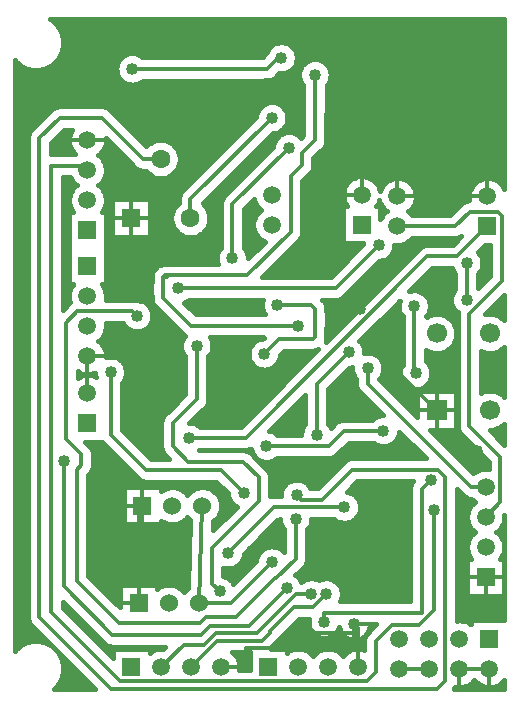
<source format=gbr>
G04 DipTrace 3.1.0.1*
G04 copper-bottom.gbr*
%MOIN*%
G04 #@! TF.FileFunction,Copper,L2,Bot*
G04 #@! TF.Part,Single*
G04 #@! TA.AperFunction,Conductor*
%ADD14C,0.012992*%
G04 #@! TA.AperFunction,CopperBalancing*
%ADD15C,0.011811*%
%ADD16C,0.015748*%
G04 #@! TA.AperFunction,ComponentPad*
%ADD24R,0.06X0.06*%
%ADD25C,0.06*%
%ADD26R,0.059055X0.059055*%
%ADD27C,0.059055*%
%ADD30R,0.062992X0.062992*%
%ADD31C,0.062992*%
%ADD32R,0.066929X0.066929*%
%ADD33C,0.066929*%
%ADD43C,0.059055*%
G04 #@! TA.AperFunction,ViaPad*
%ADD46C,0.04*%
%FSLAX26Y26*%
G04*
G70*
G90*
G75*
G01*
G04 Bottom*
%LPD*%
X1315701Y2530976D2*
D14*
Y2540701D1*
X1268701Y2493701D1*
X818701D1*
X1153218Y1862297D2*
Y2043528D1*
X1340698Y2231008D1*
X1934269Y1845963D2*
Y1724222D1*
X1703129Y1968535D2*
X1895307D1*
X1944323Y2017551D1*
X2037104D1*
X2050623Y2004031D1*
Y1786056D1*
X1942126Y1677559D1*
Y1304614D1*
X2046063Y1200677D1*
Y1049092D1*
X1996879Y999908D1*
X1571955Y499940D2*
Y598692D1*
Y631144D1*
X1559425Y643675D1*
X840751Y712417D2*
Y1024885D1*
X853249Y1037383D1*
X1809409Y493690D2*
X1709409D1*
X2009409D2*
X1909409D1*
X1834396Y1356100D2*
X1832726D1*
X1600990Y1587836D1*
X1576924Y1693301D2*
Y1734010D1*
X1727698Y1884785D1*
X1968701Y1218701D2*
X1907283D1*
X1834396Y1291588D1*
Y1356100D1*
X1115753Y499940D2*
X1196963D1*
Y562433D1*
X1278205D1*
X1340698Y624927D1*
X1415690D1*
X1428189Y612428D1*
X1558219D1*
X1571955Y598692D1*
X1303202Y1706063D2*
X1415690D1*
X1428189Y1693564D1*
Y1599824D1*
X1421940Y1593575D1*
X1309451D1*
X1259457Y1543580D1*
X1367117Y1072770D2*
X1381482Y1058406D1*
X1452894D1*
X1552362Y1157874D1*
X1838189D1*
X1861886Y1134177D1*
Y454012D1*
X1836173Y428299D1*
X748866D1*
X509403Y667762D1*
Y2262122D1*
X577331Y2330050D1*
X717982D1*
X854520Y2193512D1*
X914178D1*
X1604331Y1495669D2*
Y1443701D1*
X1948123Y1099908D1*
X1996879D1*
X1012604Y1996661D2*
Y2059147D1*
X1284454Y2330997D1*
X1040751Y712417D2*
X1146969D1*
X1284454Y849903D1*
X1040751Y712417D2*
X1053249Y1037383D1*
X1763965Y1478995D2*
X1759280Y1483680D1*
Y1703621D1*
X1656299Y1287795D2*
Y1285857D1*
X1524440D1*
X1474409Y1235827D1*
X1266535D1*
X1465685Y743664D2*
X1421940Y699919D1*
X1359446D1*
X1278205Y618677D1*
Y612428D1*
X1253207Y587430D1*
X1103244D1*
X1015753Y499940D1*
X971987Y1762307D2*
X1496932D1*
X1640667Y1906042D1*
X1364171Y994182D2*
Y861563D1*
X1298486Y795878D1*
X1293549D1*
X1165310Y667639D1*
X1065650D1*
X1045619Y647609D1*
X775462D1*
X729051Y694020D1*
X727585D1*
X633787Y787818D1*
Y1157634D1*
X649421Y1173268D1*
Y1208930D1*
X598614Y1259738D1*
Y1648109D1*
X636551Y1686046D1*
X819122D1*
X834316Y1670852D1*
X915753Y499940D2*
X990745Y574932D1*
X1059478D1*
X1096974Y612428D1*
X1234459D1*
X1365696Y743664D1*
X1415690D1*
X1526378Y1032793D2*
X1291454D1*
X1139528Y880866D1*
X1823890Y1024885D2*
Y688701D1*
X1775636Y640448D1*
X1684542D1*
X1630315Y586220D1*
Y482283D1*
X1600299Y452268D1*
X777795D1*
X548194Y681869D1*
Y2171260D1*
X654870D1*
X670093Y2156037D1*
X1009483Y1262360D2*
X1196963D1*
X1803150Y1868546D1*
X1903139D1*
X2003129Y1968535D1*
X1428189Y2474732D2*
Y2256005D1*
X1384444Y2212260D1*
Y2174764D1*
X1346948Y2137268D1*
Y1949787D1*
X1203213Y1806052D1*
X928241D1*
X934491Y1799803D1*
X921992D1*
Y1731060D1*
X1015732Y1637320D1*
X1371945D1*
X590385Y1188060D2*
Y769054D1*
X753260Y606178D1*
X1046979D1*
X1078226Y637425D1*
X1209462D1*
X1334449Y762412D1*
X747198Y1482329D2*
Y1274671D1*
X865748Y1156121D1*
X1115722D1*
X1190714Y1081129D1*
X1434438Y1274858D2*
Y1443591D1*
X1540677Y1549829D1*
X1034480Y1570570D2*
Y1393535D1*
X954724Y1313780D1*
Y1235827D1*
X1006693Y1183858D1*
X1188583D1*
X1240551Y1131890D1*
Y1053937D1*
X1084646Y898031D1*
Y777890D1*
X1110630Y751906D1*
X1459436Y649924D2*
Y681171D1*
X1784402D1*
Y1093627D1*
X1815648Y1124874D1*
D46*
X1934269Y1845963D3*
Y1724222D3*
X1600990Y1587836D3*
X1576924Y1693301D3*
X1727698Y1884785D3*
X1968701Y1218701D3*
X1367117Y1072770D3*
X1604331Y1495669D3*
X1763965Y1478995D3*
X1759280Y1703621D3*
X1266535Y1235827D3*
X1656299Y1287795D3*
X1266535Y1235827D3*
X1364171Y994182D3*
X834316Y1670852D3*
X1526378Y1032793D3*
X1139528Y880866D3*
X1823890Y1024885D3*
X1034480Y1570570D3*
X1110630Y751906D3*
X1459436Y649924D3*
X1815648Y1124874D3*
X1559425Y643675D3*
X971987Y1762307D3*
X1640667Y1906042D3*
X1284454Y2330997D3*
X1315701Y2530976D3*
X818701Y2493701D3*
X1465685Y743664D3*
X1415690D3*
X1434438Y1274858D3*
X1540677Y1549829D3*
X1009483Y1262360D3*
X1153218Y1862297D3*
X1340698Y2231008D3*
X1371945Y1637320D3*
X1428189Y2474732D3*
X590385Y1188060D3*
X1284454Y849903D3*
X1190714Y1081129D3*
X1334449Y762412D3*
X1303202Y1706063D3*
X1259457Y1543580D3*
X747198Y1482329D3*
X565315Y2644226D2*
D16*
X2058259D1*
X577248Y2628609D2*
X2058259D1*
X584753Y2612992D2*
X2058259D1*
X588997Y2597375D2*
X2058259D1*
X590382Y2581759D2*
X1302353D1*
X1329033D2*
X2058259D1*
X589091Y2566142D2*
X1275655D1*
X1355761D2*
X2058259D1*
X585000Y2550525D2*
X1265812D1*
X1365604D2*
X2058259D1*
X577618Y2534908D2*
X785190D1*
X852193D2*
X1253724D1*
X1369264D2*
X2058259D1*
X565929Y2519291D2*
X771718D1*
X1368064D2*
X1399579D1*
X1456801D2*
X2058259D1*
X429150Y2503675D2*
X448453D1*
X546798D2*
X765966D1*
X1361667D2*
X1383247D1*
X1473102D2*
X2058259D1*
X429150Y2488058D2*
X765320D1*
X1346871D2*
X1376234D1*
X1480146D2*
X2058259D1*
X429150Y2472441D2*
X769534D1*
X1303626D2*
X1374542D1*
X1481837D2*
X2058259D1*
X429150Y2456824D2*
X780299D1*
X1281757D2*
X1377648D1*
X1478731D2*
X2058259D1*
X429150Y2441207D2*
X1386692D1*
X1469688D2*
X2058259D1*
X429150Y2425591D2*
X1387983D1*
X1468396D2*
X2058259D1*
X429150Y2409974D2*
X1387983D1*
X1468396D2*
X2058259D1*
X429150Y2394357D2*
X1387983D1*
X1468396D2*
X2058259D1*
X429150Y2378740D2*
X1261969D1*
X1306949D2*
X1387983D1*
X1468396D2*
X2058259D1*
X429150Y2363123D2*
X555798D1*
X739496D2*
X1241822D1*
X1327064D2*
X1387983D1*
X1468396D2*
X2058259D1*
X429150Y2347507D2*
X538604D1*
X756720D2*
X1233425D1*
X1335461D2*
X1387983D1*
X1468396D2*
X2058259D1*
X429150Y2331890D2*
X522979D1*
X772345D2*
X1229150D1*
X1338136D2*
X1387983D1*
X1468396D2*
X2058259D1*
X429150Y2316273D2*
X507354D1*
X787940D2*
X1213524D1*
X1336045D2*
X1387983D1*
X1468396D2*
X2058259D1*
X429150Y2300656D2*
X491730D1*
X803564D2*
X1197930D1*
X1328417D2*
X1387983D1*
X1468396D2*
X2058259D1*
X429150Y2285039D2*
X476751D1*
X588505D2*
X614114D1*
X819190D2*
X1182304D1*
X1310639D2*
X1387983D1*
X1468396D2*
X2058259D1*
X429150Y2269423D2*
X469891D1*
X572912D2*
X608332D1*
X834815D2*
X1166680D1*
X1279081D2*
X1303891D1*
X1377507D2*
X1385394D1*
X1468396D2*
X2058259D1*
X429150Y2253806D2*
X469214D1*
X557286D2*
X606917D1*
X733283D2*
X738052D1*
X850409D2*
X892289D1*
X936070D2*
X1151055D1*
X1263457D2*
X1292234D1*
X1468335D2*
X2058259D1*
X429150Y2238189D2*
X469214D1*
X549597D2*
X609501D1*
X730669D2*
X753633D1*
X961045D2*
X1135461D1*
X1247832D2*
X1287497D1*
X1464029D2*
X2058259D1*
X429150Y2222572D2*
X469214D1*
X549597D2*
X616730D1*
X723441D2*
X769257D1*
X972364D2*
X1119836D1*
X1232238D2*
X1276055D1*
X1450957D2*
X2058259D1*
X429150Y2206955D2*
X469214D1*
X708984D2*
X784882D1*
X977932D2*
X1104211D1*
X1216613D2*
X1260461D1*
X1435332D2*
X2058259D1*
X429150Y2191339D2*
X469214D1*
X722210D2*
X800508D1*
X979346D2*
X1088585D1*
X1200987D2*
X1244836D1*
X1424627D2*
X2058259D1*
X429150Y2175722D2*
X469214D1*
X730084D2*
X816102D1*
X976824D2*
X1072992D1*
X1185362D2*
X1229211D1*
X1424627D2*
X2058259D1*
X429150Y2160105D2*
X469214D1*
X733190D2*
X833572D1*
X969903D2*
X1057366D1*
X1169768D2*
X1213585D1*
X1421736D2*
X2058259D1*
X429150Y2144488D2*
X469214D1*
X732238D2*
X872050D1*
X956308D2*
X1041741D1*
X1154143D2*
X1197992D1*
X1410356D2*
X2058259D1*
X429150Y2128871D2*
X469214D1*
X588383D2*
X613161D1*
X727008D2*
X1026147D1*
X1138518D2*
X1182366D1*
X1394731D2*
X1553245D1*
X1615604D2*
X1688887D1*
X1717382D2*
X1988869D1*
X2017394D2*
X2058259D1*
X429150Y2113255D2*
X469214D1*
X588383D2*
X624112D1*
X716059D2*
X1010522D1*
X1122894D2*
X1166741D1*
X1387134D2*
X1534667D1*
X1634181D2*
X1659114D1*
X1747155D2*
X1959126D1*
X2047136D2*
X2058259D1*
X429150Y2097638D2*
X469214D1*
X588383D2*
X623004D1*
X717165D2*
X994898D1*
X1107299D2*
X1151147D1*
X1387134D2*
X1525593D1*
X1759058D2*
X1947192D1*
X429150Y2082021D2*
X469214D1*
X588383D2*
X612608D1*
X727593D2*
X979919D1*
X1091673D2*
X1135522D1*
X1387134D2*
X1521626D1*
X1764871D2*
X1941378D1*
X429150Y2066404D2*
X469214D1*
X588383D2*
X607748D1*
X732453D2*
X973091D1*
X1076049D2*
X1120512D1*
X1387134D2*
X1521780D1*
X1766318D2*
X1939933D1*
X429150Y2050787D2*
X469214D1*
X588383D2*
X607102D1*
X733098D2*
X750556D1*
X880951D2*
X972413D1*
X1060424D2*
X1113715D1*
X1216673D2*
X1226055D1*
X1387134D2*
X1526055D1*
X1763734D2*
X1923077D1*
X429150Y2035171D2*
X469214D1*
X588383D2*
X610516D1*
X729685D2*
X750556D1*
X880951D2*
X960387D1*
X1064823D2*
X1113008D1*
X1201049D2*
X1235609D1*
X1387134D2*
X1521196D1*
X1756535D2*
X1905761D1*
X429150Y2019554D2*
X469214D1*
X588383D2*
X618820D1*
X721379D2*
X750556D1*
X880951D2*
X951682D1*
X1073526D2*
X1113008D1*
X1193421D2*
X1240469D1*
X1387134D2*
X1521196D1*
X1647654D2*
X1664096D1*
X1742142D2*
X1890136D1*
X429150Y2003937D2*
X469214D1*
X588383D2*
X606856D1*
X733314D2*
X750556D1*
X880951D2*
X947837D1*
X1077371D2*
X1113008D1*
X1193421D2*
X1228534D1*
X1387134D2*
X1521196D1*
X429150Y1988320D2*
X469214D1*
X588383D2*
X606856D1*
X733314D2*
X750556D1*
X880951D2*
X947961D1*
X1077248D2*
X1113008D1*
X1193421D2*
X1222690D1*
X1387134D2*
X1521196D1*
X429150Y1972703D2*
X469214D1*
X588383D2*
X606856D1*
X733314D2*
X750556D1*
X880951D2*
X952083D1*
X1073127D2*
X1113008D1*
X1193421D2*
X1221244D1*
X1387134D2*
X1521196D1*
X429150Y1957087D2*
X469214D1*
X588383D2*
X606856D1*
X733314D2*
X750556D1*
X880951D2*
X961218D1*
X1063992D2*
X1113008D1*
X1193421D2*
X1223798D1*
X1387134D2*
X1521196D1*
X429150Y1941470D2*
X469214D1*
X588383D2*
X606856D1*
X733314D2*
X750556D1*
X880951D2*
X979395D1*
X1045814D2*
X1113008D1*
X1193421D2*
X1230965D1*
X1386241D2*
X1521196D1*
X429150Y1925853D2*
X469214D1*
X588383D2*
X606856D1*
X733314D2*
X1113008D1*
X1193421D2*
X1245328D1*
X1378829D2*
X1521196D1*
X1749185D2*
X1904253D1*
X429150Y1910236D2*
X469214D1*
X588383D2*
X606856D1*
X733314D2*
X1113008D1*
X1193421D2*
X1251202D1*
X1363604D2*
X1587140D1*
X1724764D2*
X1888629D1*
X429150Y1894619D2*
X469214D1*
X588383D2*
X606856D1*
X733314D2*
X1110762D1*
X1195697D2*
X1235577D1*
X1347979D2*
X1573052D1*
X1693113D2*
X1773041D1*
X1985406D2*
X2010430D1*
X429150Y1879003D2*
X469214D1*
X588383D2*
X606856D1*
X733314D2*
X1102273D1*
X1204155D2*
X1219953D1*
X1332354D2*
X1557428D1*
X1686808D2*
X1757416D1*
X1976147D2*
X2010430D1*
X429150Y1863386D2*
X469214D1*
X588383D2*
X606856D1*
X733314D2*
X1099535D1*
X1316730D2*
X1541803D1*
X1672198D2*
X1741791D1*
X1984975D2*
X2010430D1*
X429150Y1847769D2*
X469214D1*
X588383D2*
X606856D1*
X733314D2*
X1101596D1*
X1301135D2*
X1526209D1*
X1638580D2*
X1726165D1*
X1987928D2*
X2010430D1*
X429150Y1832152D2*
X469214D1*
X588383D2*
X606856D1*
X733314D2*
X898194D1*
X1285510D2*
X1510584D1*
X1622986D2*
X1710571D1*
X1986113D2*
X2010430D1*
X429150Y1816535D2*
X469214D1*
X588383D2*
X606856D1*
X733314D2*
X885614D1*
X1269885D2*
X1494959D1*
X1607361D2*
X1694946D1*
X1807348D2*
X1889675D1*
X1978854D2*
X2010430D1*
X429150Y1800919D2*
X469214D1*
X588383D2*
X606856D1*
X733314D2*
X881801D1*
X1591735D2*
X1679322D1*
X1791723D2*
X1894073D1*
X1974455D2*
X2009291D1*
X429150Y1785302D2*
X469214D1*
X588383D2*
X606856D1*
X733314D2*
X881801D1*
X1576110D2*
X1663697D1*
X1776098D2*
X1894073D1*
X1974455D2*
X1993667D1*
X429150Y1769685D2*
X469214D1*
X588383D2*
X616052D1*
X724117D2*
X881801D1*
X1560516D2*
X1648102D1*
X1760472D2*
X1894073D1*
X429150Y1754068D2*
X469214D1*
X588383D2*
X609193D1*
X731007D2*
X881801D1*
X1544891D2*
X1632478D1*
X1773976D2*
X1889951D1*
X429150Y1738451D2*
X469214D1*
X588383D2*
X606887D1*
X733314D2*
X881801D1*
X1529266D2*
X1616852D1*
X1799627D2*
X1882539D1*
X429150Y1722835D2*
X469214D1*
X588383D2*
X608579D1*
X839736D2*
X882693D1*
X1007613D2*
X1252280D1*
X1455109D2*
X1601259D1*
X1809316D2*
X1880601D1*
X2043600D2*
X2058259D1*
X429150Y1707218D2*
X469214D1*
X588383D2*
X601535D1*
X873231D2*
X890043D1*
X1002014D2*
X1249510D1*
X1465906D2*
X1585633D1*
X1698004D2*
X1705715D1*
X1812854D2*
X1883430D1*
X2027974D2*
X2058259D1*
X429150Y1691601D2*
X469214D1*
X883720D2*
X905269D1*
X1017639D2*
X1251541D1*
X1468396D2*
X1570008D1*
X1682409D2*
X1706972D1*
X1811562D2*
X1892043D1*
X2012349D2*
X2058259D1*
X429150Y1675984D2*
X469214D1*
X887749D2*
X920864D1*
X1033265D2*
X1259046D1*
X1468396D2*
X1554383D1*
X1666785D2*
X1713493D1*
X1805041D2*
X1818378D1*
X1850409D2*
X1901916D1*
X2027575D2*
X2058259D1*
X429150Y1660367D2*
X469214D1*
X886949D2*
X936488D1*
X1468396D2*
X1538789D1*
X1651160D2*
X1719092D1*
X1880276D2*
X1901916D1*
X429150Y1644751D2*
X469214D1*
X732883D2*
X787619D1*
X881013D2*
X952113D1*
X1468396D2*
X1523164D1*
X1635534D2*
X1719092D1*
X1892794D2*
X1901916D1*
X429150Y1629134D2*
X469214D1*
X732791D2*
X801492D1*
X867142D2*
X967738D1*
X1468396D2*
X1507539D1*
X1619941D2*
X1719092D1*
X429150Y1613517D2*
X469214D1*
X728546D2*
X983332D1*
X1468396D2*
X1491913D1*
X1604315D2*
X1719092D1*
X429150Y1597900D2*
X469214D1*
X719104D2*
X988530D1*
X1080448D2*
X1257570D1*
X1468335D2*
X1476319D1*
X1588690D2*
X1719092D1*
X429150Y1582283D2*
X469214D1*
X713844D2*
X982102D1*
X1086845D2*
X1222967D1*
X1583031D2*
X1719092D1*
X1894454D2*
X1901936D1*
X429150Y1566667D2*
X469214D1*
X725870D2*
X980933D1*
X1088045D2*
X1211156D1*
X1591581D2*
X1719092D1*
X1883382D2*
X1901916D1*
X429150Y1551050D2*
X469214D1*
X731776D2*
X984563D1*
X1084385D2*
X1206297D1*
X1323127D2*
X1429445D1*
X1594350D2*
X1719092D1*
X1799474D2*
X1808575D1*
X1860190D2*
X1901916D1*
X2037356D2*
X2058259D1*
X429150Y1535433D2*
X469214D1*
X733283D2*
X994282D1*
X1074665D2*
X1206388D1*
X1312516D2*
X1413850D1*
X1639594D2*
X1719092D1*
X1799474D2*
X1901916D1*
X1982329D2*
X2058259D1*
X429150Y1519816D2*
X469214D1*
X784987D2*
X994282D1*
X1074665D2*
X1211495D1*
X1307441D2*
X1398226D1*
X1652113D2*
X1719092D1*
X1799474D2*
X1901916D1*
X1982329D2*
X2058259D1*
X429150Y1504199D2*
X469214D1*
X796091D2*
X994282D1*
X1074665D2*
X1223736D1*
X1295168D2*
X1382600D1*
X1657343D2*
X1716753D1*
X1811161D2*
X1901916D1*
X1982329D2*
X2058259D1*
X429150Y1488583D2*
X469214D1*
X800520D2*
X994282D1*
X1074665D2*
X1367007D1*
X1535633D2*
X1551122D1*
X1657558D2*
X1711156D1*
X1816791D2*
X1901916D1*
X1982329D2*
X2058259D1*
X429150Y1472966D2*
X469214D1*
X638825D2*
X657268D1*
X682933D2*
X694331D1*
X800059D2*
X994282D1*
X1074665D2*
X1351381D1*
X1520008D2*
X1555828D1*
X1652820D2*
X1710602D1*
X1817314D2*
X1901916D1*
X1982329D2*
X2058259D1*
X429150Y1457349D2*
X469214D1*
X794522D2*
X994282D1*
X1074665D2*
X1335756D1*
X1504383D2*
X1564134D1*
X1646885D2*
X1714970D1*
X1812946D2*
X1901916D1*
X1982329D2*
X2058259D1*
X429150Y1441732D2*
X469214D1*
X787386D2*
X994282D1*
X1074665D2*
X1320131D1*
X1488789D2*
X1564194D1*
X1662509D2*
X1725950D1*
X1801996D2*
X1901916D1*
X1982329D2*
X2058259D1*
X429150Y1426115D2*
X469214D1*
X787386D2*
X994282D1*
X1074665D2*
X1304537D1*
X1474640D2*
X1568378D1*
X1678104D2*
X1901916D1*
X1982329D2*
X2058259D1*
X429150Y1410499D2*
X469214D1*
X787386D2*
X994282D1*
X1074665D2*
X1288912D1*
X1474640D2*
X1581327D1*
X1693728D2*
X1767227D1*
X2049782D2*
X2058259D1*
X429150Y1394882D2*
X469214D1*
X787386D2*
X979642D1*
X1074665D2*
X1273287D1*
X1385689D2*
X1394231D1*
X1474640D2*
X1596951D1*
X1709353D2*
X1767227D1*
X429150Y1379265D2*
X469214D1*
X787386D2*
X964016D1*
X1071958D2*
X1257661D1*
X1370063D2*
X1394227D1*
X1474640D2*
X1612577D1*
X1724948D2*
X1767227D1*
X429150Y1363648D2*
X469214D1*
X787386D2*
X948391D1*
X1060793D2*
X1242067D1*
X1354438D2*
X1394227D1*
X1474640D2*
X1628202D1*
X1740572D2*
X1767227D1*
X429150Y1348031D2*
X469214D1*
X787386D2*
X932766D1*
X1045168D2*
X1226442D1*
X1338844D2*
X1394227D1*
X1474640D2*
X1643797D1*
X1756198D2*
X1767227D1*
X429150Y1332415D2*
X469214D1*
X787386D2*
X919325D1*
X1029543D2*
X1210818D1*
X1323219D2*
X1394227D1*
X1474640D2*
X1627772D1*
X429150Y1316798D2*
X469214D1*
X787386D2*
X914650D1*
X1013949D2*
X1195193D1*
X1307594D2*
X1394227D1*
X1474640D2*
X1499757D1*
X429150Y1301181D2*
X469214D1*
X787386D2*
X914528D1*
X1045845D2*
X1179598D1*
X1291969D2*
X1387860D1*
X2049013D2*
X2058259D1*
X429150Y1285564D2*
X469214D1*
X792492D2*
X914528D1*
X1283696D2*
X1381862D1*
X1818667D2*
X1906961D1*
X2017362D2*
X2058259D1*
X429150Y1269948D2*
X469214D1*
X808117D2*
X914528D1*
X1706862D2*
X1721890D1*
X1834291D2*
X1920587D1*
X2032988D2*
X2058259D1*
X429150Y1254331D2*
X469214D1*
X823741D2*
X914528D1*
X1697850D2*
X1737516D1*
X1849886D2*
X1936211D1*
X2048613D2*
X2058259D1*
X429150Y1238714D2*
X469214D1*
X675827D2*
X726966D1*
X839336D2*
X914528D1*
X1533480D2*
X1637184D1*
X1675428D2*
X1753110D1*
X1865512D2*
X1951836D1*
X429150Y1223097D2*
X469214D1*
X686930D2*
X742591D1*
X854961D2*
X916680D1*
X1045353D2*
X1214416D1*
X1517886D2*
X1768735D1*
X1881136D2*
X1967461D1*
X429150Y1207480D2*
X469214D1*
X689606D2*
X758185D1*
X870587D2*
X926861D1*
X1502230D2*
X1784360D1*
X1896761D2*
X1983055D1*
X429150Y1191864D2*
X469214D1*
X689606D2*
X773810D1*
X1296122D2*
X1532453D1*
X1912356D2*
X1998681D1*
X429150Y1176247D2*
X469214D1*
X689606D2*
X789434D1*
X1252383D2*
X1514551D1*
X1927980D2*
X2005878D1*
X429150Y1160630D2*
X469214D1*
X687484D2*
X805029D1*
X1268009D2*
X1498927D1*
X1943605D2*
X1984625D1*
X429150Y1145013D2*
X469214D1*
X677365D2*
X820654D1*
X1278436D2*
X1483302D1*
X429150Y1129396D2*
X469214D1*
X673982D2*
X836280D1*
X1280743D2*
X1467677D1*
X429150Y1113780D2*
X469214D1*
X673982D2*
X1101873D1*
X1280743D2*
X1333357D1*
X1400883D2*
X1452083D1*
X1564453D2*
X1749881D1*
X429150Y1098163D2*
X469214D1*
X673982D2*
X789558D1*
X916938D2*
X938825D1*
X967689D2*
X1038819D1*
X1067682D2*
X1117499D1*
X1280743D2*
X1320008D1*
X1414201D2*
X1436457D1*
X1548858D2*
X1744467D1*
X429150Y1082546D2*
X469214D1*
X673982D2*
X789558D1*
X997493D2*
X1009016D1*
X1097487D2*
X1133092D1*
X1280743D2*
X1314349D1*
X1543507D2*
X1744190D1*
X1902083D2*
X1909261D1*
X429150Y1066929D2*
X469214D1*
X673982D2*
X789558D1*
X1109483D2*
X1138997D1*
X1567344D2*
X1744190D1*
X1902083D2*
X1926461D1*
X429150Y1051312D2*
X469214D1*
X673982D2*
X789558D1*
X1115357D2*
X1146379D1*
X1576664D2*
X1744190D1*
X1902083D2*
X1957373D1*
X429150Y1035696D2*
X469214D1*
X673982D2*
X789558D1*
X1116927D2*
X1163573D1*
X1579986D2*
X1744190D1*
X1902083D2*
X1945100D1*
X429150Y1020079D2*
X469214D1*
X673982D2*
X789558D1*
X1114496D2*
X1150501D1*
X1578509D2*
X1744190D1*
X1902083D2*
X1937042D1*
X429150Y1004462D2*
X469214D1*
X673982D2*
X789558D1*
X1107514D2*
X1134877D1*
X1571713D2*
X1744190D1*
X1902083D2*
X1933812D1*
X429150Y988845D2*
X469214D1*
X673982D2*
X789558D1*
X993587D2*
X1011168D1*
X1093612D2*
X1119252D1*
X1303688D2*
X1310727D1*
X1417584D2*
X1496773D1*
X1555995D2*
X1744190D1*
X1902083D2*
X1934643D1*
X429150Y973228D2*
X469214D1*
X673982D2*
X1010552D1*
X1090997D2*
X1103657D1*
X1288093D2*
X1314871D1*
X1413463D2*
X1744190D1*
X1902083D2*
X1939718D1*
X429150Y957612D2*
X469214D1*
X673982D2*
X1009969D1*
X1272469D2*
X1323976D1*
X1404358D2*
X1744190D1*
X1902083D2*
X1950453D1*
X2043323D2*
X2058259D1*
X429150Y941995D2*
X469214D1*
X673982D2*
X1009353D1*
X1256844D2*
X1323976D1*
X1404358D2*
X1744190D1*
X1902083D2*
X1950236D1*
X2043507D2*
X2058259D1*
X429150Y926378D2*
X469214D1*
X673982D2*
X1008769D1*
X1241249D2*
X1323976D1*
X1404358D2*
X1744190D1*
X1902083D2*
X1939626D1*
X429150Y910761D2*
X469214D1*
X673982D2*
X1008154D1*
X1225625D2*
X1323976D1*
X1404358D2*
X1744190D1*
X1902083D2*
X1934612D1*
X429150Y895144D2*
X469214D1*
X673982D2*
X1007539D1*
X1210000D2*
X1256986D1*
X1311930D2*
X1323976D1*
X1404358D2*
X1744190D1*
X1902083D2*
X1933843D1*
X429150Y879528D2*
X469214D1*
X673982D2*
X1006954D1*
X1194374D2*
X1239976D1*
X1404358D2*
X1744190D1*
X1902083D2*
X1937104D1*
X429150Y863911D2*
X469214D1*
X673982D2*
X1006339D1*
X1190407D2*
X1232656D1*
X1404358D2*
X1744190D1*
X1902083D2*
X1945255D1*
X2048521D2*
X2058259D1*
X429150Y848294D2*
X469214D1*
X673982D2*
X1005755D1*
X1181794D2*
X1226657D1*
X1402021D2*
X1744190D1*
X1902083D2*
X1933659D1*
X429150Y832677D2*
X469214D1*
X673982D2*
X1005139D1*
X1160971D2*
X1211033D1*
X1391471D2*
X1744190D1*
X1902083D2*
X1933659D1*
X429150Y817060D2*
X469214D1*
X673982D2*
X1004555D1*
X1124831D2*
X1195408D1*
X1375877D2*
X1744190D1*
X1902083D2*
X1933659D1*
X429150Y801444D2*
X469214D1*
X676350D2*
X1003940D1*
X1128429D2*
X1179814D1*
X1370587D2*
X1744190D1*
X1902083D2*
X1933659D1*
X429150Y785827D2*
X469214D1*
X691975D2*
X1003356D1*
X1151774D2*
X1164189D1*
X1497924D2*
X1744190D1*
X1902083D2*
X1933659D1*
X429150Y770210D2*
X469214D1*
X707600D2*
X777039D1*
X904450D2*
X916373D1*
X965136D2*
X1002740D1*
X1512134D2*
X1744190D1*
X1902083D2*
X1933659D1*
X429150Y754593D2*
X469214D1*
X723194D2*
X777039D1*
X987928D2*
X993575D1*
X1518224D2*
X1744190D1*
X1902083D2*
X1933659D1*
X429150Y738976D2*
X469214D1*
X738819D2*
X777039D1*
X1519177D2*
X1744190D1*
X1902083D2*
X1933659D1*
X429150Y723360D2*
X469214D1*
X755736D2*
X777039D1*
X1515272D2*
X1744190D1*
X1902083D2*
X2058259D1*
X429150Y707743D2*
X469214D1*
X588383D2*
X595526D1*
X771516D2*
X777071D1*
X1902083D2*
X2058259D1*
X429150Y692126D2*
X469214D1*
X594134D2*
X611131D1*
X1902083D2*
X2058259D1*
X429150Y676509D2*
X469214D1*
X609760D2*
X626726D1*
X1902083D2*
X2058259D1*
X429150Y660892D2*
X469829D1*
X625354D2*
X642350D1*
X1376614D2*
X1406899D1*
X1902083D2*
X2058259D1*
X429150Y645276D2*
X476442D1*
X640979D2*
X657975D1*
X1360990D2*
X1405945D1*
X429150Y629659D2*
X491299D1*
X656604D2*
X673570D1*
X1345395D2*
X1409822D1*
X1611205D2*
X1617552D1*
X429150Y614042D2*
X506924D1*
X672228D2*
X689194D1*
X1329770D2*
X1420063D1*
X1498816D2*
X1514951D1*
X429150Y598425D2*
X522549D1*
X687823D2*
X704820D1*
X1315776D2*
X1449806D1*
X1469073D2*
X1531961D1*
X1586875D2*
X1592105D1*
X429150Y582808D2*
X469921D1*
X525329D2*
X538173D1*
X703448D2*
X720445D1*
X1304795D2*
X1590123D1*
X429150Y567192D2*
X439797D1*
X719073D2*
X926799D1*
X1289171D2*
X1590123D1*
X734698Y551575D2*
X752525D1*
X1407219D2*
X1436703D1*
X1507213D2*
X1536697D1*
X1167369Y535958D2*
X1208726D1*
X586937Y520341D2*
X600643D1*
X1175520D2*
X1208726D1*
X589921Y504724D2*
X616238D1*
X1178811D2*
X1208726D1*
X590167Y489108D2*
X631862D1*
X587706Y473491D2*
X647487D1*
X582293Y457874D2*
X663081D1*
X573249Y442257D2*
X678706D1*
X1944990D2*
X1973828D1*
X2044983D2*
X2058259D1*
X1955630Y655344D2*
X2059869D1*
X2059843Y1008238D1*
X2058343Y1004745D1*
Y995071D1*
X2056829Y985516D1*
X2053840Y976315D1*
X2049448Y967694D1*
X2043761Y959867D1*
X2036920Y953026D1*
X2032945Y949913D1*
X2036920Y946790D1*
X2043761Y939949D1*
X2049448Y932122D1*
X2053840Y923501D1*
X2056829Y914301D1*
X2058343Y904745D1*
Y895071D1*
X2056829Y885516D1*
X2053840Y876315D1*
X2049448Y867694D1*
X2045108Y861575D1*
X2058533Y861562D1*
Y738255D1*
X1935226D1*
Y861562D1*
X1948605D1*
X1944311Y867694D1*
X1939919Y876315D1*
X1936929Y885516D1*
X1935416Y895071D1*
Y904745D1*
X1936929Y914301D1*
X1939919Y923501D1*
X1944311Y932122D1*
X1949997Y939949D1*
X1956839Y946790D1*
X1960814Y949903D1*
X1956839Y953026D1*
X1949997Y959867D1*
X1944311Y967694D1*
X1939919Y976315D1*
X1936929Y985516D1*
X1935416Y995071D1*
Y1004745D1*
X1936929Y1014301D1*
X1939919Y1023501D1*
X1944311Y1032122D1*
X1949997Y1039949D1*
X1956839Y1046790D1*
X1960814Y1049903D1*
X1956839Y1053026D1*
X1949997Y1059867D1*
X1948886Y1061278D1*
X1942081Y1061761D1*
X1936189Y1063176D1*
X1930589Y1065496D1*
X1925421Y1068663D1*
X1920806Y1072606D1*
X1900521Y1092890D1*
X1900508Y654693D1*
X1909409Y655344D1*
X1919054Y654585D1*
X1928462Y652327D1*
X1937399Y648623D1*
X1945648Y643570D1*
X1947743Y641919D1*
X1947756Y655344D1*
X1955630D1*
X2059840Y458223D2*
X2055955Y453260D1*
X2051589Y448723D1*
X2046783Y444656D1*
X2041587Y441100D1*
X2036055Y438092D1*
X2030245Y435664D1*
X2024219Y433841D1*
X2018037Y432643D1*
X2011766Y432081D1*
X2005470Y432163D1*
X1999215Y432886D1*
X1993067Y434243D1*
X1987088Y436219D1*
X1981343Y438795D1*
X1975891Y441945D1*
X1970787Y445633D1*
X1966088Y449823D1*
X1961839Y454470D1*
X1959412Y457623D1*
X1954908Y452084D1*
X1950427Y447661D1*
X1945518Y443718D1*
X1940234Y440295D1*
X1934626Y437429D1*
X1928757Y435151D1*
X1922685Y433483D1*
X1916475Y432444D1*
X1910192Y432042D1*
X1903900Y432283D1*
X1897665Y433165D1*
X1894799Y433795D1*
X1891247Y428920D1*
X1892126Y427559D1*
X2059849D1*
X2059843Y458224D1*
X1956324Y1146315D2*
X1960640Y1149787D1*
X1968890Y1154841D1*
X1977827Y1158545D1*
X1987235Y1160803D1*
X1996879Y1161562D1*
X2006524Y1160803D1*
X2007433Y1160622D1*
X2007441Y1184703D1*
X1912757Y1279531D1*
X1909196Y1284434D1*
X1906444Y1289835D1*
X1904571Y1295598D1*
X1903623Y1301584D1*
X1903504Y1328236D1*
X1903630Y1682051D1*
X1897411Y1687364D1*
X1892098Y1693583D1*
X1887824Y1700556D1*
X1884694Y1708114D1*
X1882785Y1716067D1*
X1882143Y1724222D1*
X1882785Y1732377D1*
X1884694Y1740329D1*
X1887824Y1747887D1*
X1892098Y1754861D1*
X1895642Y1759167D1*
X1895647Y1810928D1*
X1892098Y1815324D1*
X1887824Y1822298D1*
X1884673Y1829932D1*
X1819139Y1829924D1*
X1742050Y1752825D1*
X1747112Y1754307D1*
X1755190Y1755587D1*
X1763369D1*
X1771448Y1754307D1*
X1779227Y1751778D1*
X1786516Y1748066D1*
X1793133Y1743257D1*
X1798916Y1737474D1*
X1803724Y1730857D1*
X1807437Y1723568D1*
X1809966Y1715789D1*
X1811245Y1707710D1*
Y1699531D1*
X1809966Y1691453D1*
X1807437Y1683673D1*
X1803724Y1676385D1*
X1798916Y1669768D1*
X1797907Y1668676D1*
X1800126Y1667930D1*
X1804619Y1670448D1*
X1809295Y1672602D1*
X1814127Y1674386D1*
X1819084Y1675783D1*
X1824135Y1676789D1*
X1829251Y1677394D1*
X1834396Y1677596D1*
X1839542Y1677394D1*
X1844657Y1676789D1*
X1849709Y1675783D1*
X1854665Y1674386D1*
X1859497Y1672602D1*
X1864173Y1670448D1*
X1868667Y1667930D1*
X1872950Y1665070D1*
X1876993Y1661881D1*
X1880776Y1658385D1*
X1884272Y1654602D1*
X1887461Y1650559D1*
X1890322Y1646276D1*
X1892839Y1641782D1*
X1894993Y1637106D1*
X1896777Y1632274D1*
X1898175Y1627318D1*
X1899180Y1622266D1*
X1899785Y1617151D1*
X1899987Y1612005D1*
X1899785Y1606860D1*
X1899180Y1601744D1*
X1898175Y1596693D1*
X1896777Y1591736D1*
X1894993Y1586904D1*
X1892839Y1582228D1*
X1890322Y1577735D1*
X1887461Y1573451D1*
X1884272Y1569408D1*
X1880776Y1565626D1*
X1876993Y1562130D1*
X1872950Y1558941D1*
X1868667Y1556080D1*
X1864173Y1553563D1*
X1859497Y1551408D1*
X1854665Y1549625D1*
X1849709Y1548227D1*
X1844657Y1547222D1*
X1839542Y1546617D1*
X1834396Y1546415D1*
X1829251Y1546617D1*
X1824135Y1547222D1*
X1819084Y1548227D1*
X1814127Y1549625D1*
X1809295Y1551408D1*
X1804619Y1553563D1*
X1797900Y1557567D1*
X1797902Y1518551D1*
X1803601Y1512848D1*
X1808409Y1506231D1*
X1812122Y1498942D1*
X1814651Y1491163D1*
X1815930Y1483084D1*
Y1474906D1*
X1814651Y1466827D1*
X1812122Y1459047D1*
X1808409Y1451759D1*
X1803601Y1445142D1*
X1797818Y1439358D1*
X1791201Y1434550D1*
X1783912Y1430837D1*
X1776133Y1428308D1*
X1768054Y1427029D1*
X1759875D1*
X1751797Y1428308D1*
X1744017Y1430837D1*
X1736728Y1434550D1*
X1730112Y1439358D1*
X1724328Y1445142D1*
X1719520Y1451759D1*
X1715807Y1459047D1*
X1713278Y1466827D1*
X1711999Y1474906D1*
Y1483084D1*
X1713278Y1491163D1*
X1715807Y1498942D1*
X1719520Y1506231D1*
X1720665Y1507945D1*
X1720657Y1668627D1*
X1717109Y1672982D1*
X1712835Y1679955D1*
X1709705Y1687513D1*
X1707795Y1695466D1*
X1707154Y1703621D1*
X1707795Y1711776D1*
X1709705Y1719728D1*
X1710142Y1720913D1*
X1576713Y1587490D1*
X1580314Y1583682D1*
X1585122Y1577066D1*
X1588835Y1569777D1*
X1591364Y1561997D1*
X1592643Y1553919D1*
X1592672Y1546491D1*
X1600241Y1547635D1*
X1608420D1*
X1616499Y1546356D1*
X1624278Y1543827D1*
X1631567Y1540114D1*
X1638184Y1535306D1*
X1643967Y1529522D1*
X1648776Y1522906D1*
X1652488Y1515617D1*
X1655017Y1507837D1*
X1656297Y1499759D1*
Y1491580D1*
X1655017Y1483501D1*
X1652488Y1475722D1*
X1648776Y1468433D1*
X1643967Y1461816D1*
X1642958Y1460724D1*
X1648344Y1454307D1*
X1768812Y1333839D1*
X1768806Y1421690D1*
X1899987D1*
Y1290509D1*
X1812136D1*
X1956333Y1146319D1*
X753706Y2060283D2*
X879375D1*
Y1933039D1*
X752131D1*
Y2060283D1*
X753706D1*
X977605Y2188520D2*
X976042Y2178660D1*
X972958Y2169165D1*
X968425Y2160269D1*
X962556Y2152193D1*
X955497Y2145134D1*
X947421Y2139265D1*
X938525Y2134732D1*
X929030Y2131648D1*
X919171Y2130085D1*
X909186D1*
X899327Y2131648D1*
X889832Y2134732D1*
X880936Y2139265D1*
X872860Y2145134D1*
X865801Y2152193D1*
X863686Y2154874D1*
X851490Y2155009D1*
X845504Y2155957D1*
X839740Y2157829D1*
X834340Y2160581D1*
X829437Y2164143D1*
X810507Y2182906D1*
X731449Y2261963D1*
X731747Y2256037D1*
X731425Y2249748D1*
X730465Y2243526D1*
X728873Y2237433D1*
X726669Y2231535D1*
X723875Y2225892D1*
X720521Y2220564D1*
X716639Y2215606D1*
X712273Y2211070D1*
X707467Y2207003D1*
X706167Y2206039D1*
X710134Y2202919D1*
X716975Y2196077D1*
X722661Y2188251D1*
X727054Y2179630D1*
X730043Y2170429D1*
X731556Y2160874D1*
Y2151199D1*
X730043Y2141644D1*
X727054Y2132444D1*
X722661Y2123823D1*
X716975Y2115996D1*
X710134Y2109155D1*
X706159Y2106042D1*
X710134Y2102919D1*
X716975Y2096077D1*
X722661Y2088251D1*
X727054Y2079630D1*
X730043Y2070429D1*
X731556Y2060874D1*
Y2051199D1*
X730043Y2041644D1*
X727054Y2032444D1*
X722661Y2023823D1*
X718322Y2017703D1*
X731747Y2017690D1*
Y1775646D1*
X718367D1*
X722661Y1769513D1*
X727054Y1760892D1*
X730043Y1751692D1*
X731556Y1742136D1*
Y1732462D1*
X730394Y1724668D1*
X822152Y1724550D1*
X828150Y1723598D1*
X838407Y1722816D1*
X846486Y1721537D1*
X854264Y1719009D1*
X861552Y1715297D1*
X868169Y1710488D1*
X873953Y1704705D1*
X878761Y1698087D1*
X882475Y1690799D1*
X885003Y1683020D1*
X886282Y1674941D1*
Y1666761D1*
X885003Y1658682D1*
X882475Y1650904D1*
X878761Y1643615D1*
X873953Y1636999D1*
X868169Y1631214D1*
X861552Y1626407D1*
X854264Y1622693D1*
X846486Y1620165D1*
X838407Y1618886D1*
X830227D1*
X822148Y1620165D1*
X814369Y1622693D1*
X807080Y1626407D1*
X800463Y1631214D1*
X794680Y1636999D1*
X789871Y1643615D1*
X787626Y1647424D1*
X730938D1*
X731556Y1642136D1*
Y1632462D1*
X730043Y1622907D1*
X727054Y1613706D1*
X722661Y1605085D1*
X716975Y1597259D1*
X710134Y1590417D1*
X706219Y1587260D1*
X711126Y1583315D1*
X715606Y1578890D1*
X719610Y1574031D1*
X723098Y1568789D1*
X726034Y1563218D1*
X728386Y1557378D1*
X730130Y1551328D1*
X731247Y1545131D1*
X731727Y1538853D1*
X731518Y1532046D1*
X739045Y1533814D1*
X747198Y1534455D1*
X755353Y1533814D1*
X763306Y1531904D1*
X770864Y1528774D1*
X777837Y1524500D1*
X784058Y1519188D1*
X789369Y1512969D1*
X793643Y1505993D1*
X796773Y1498437D1*
X798682Y1490483D1*
X799324Y1482329D1*
X798682Y1474175D1*
X796773Y1466222D1*
X793643Y1458664D1*
X789369Y1451690D1*
X785825Y1447385D1*
X785820Y1290677D1*
X881753Y1194735D1*
X941197Y1194743D1*
X925356Y1210744D1*
X921794Y1215647D1*
X919042Y1221047D1*
X917169Y1226811D1*
X916222Y1232797D1*
X916102Y1259449D1*
X916222Y1316810D1*
X917169Y1322795D1*
X919042Y1328559D1*
X921794Y1333959D1*
X925356Y1338862D1*
X944118Y1357793D1*
X995858Y1409534D1*
Y1535545D1*
X992310Y1539930D1*
X988035Y1546904D1*
X984906Y1554462D1*
X982996Y1562415D1*
X982354Y1570570D1*
X982996Y1578724D1*
X984906Y1586677D1*
X988035Y1594235D1*
X992310Y1601209D1*
X995093Y1604693D1*
X990650Y1607951D1*
X971719Y1626714D1*
X892623Y1705978D1*
X889062Y1710881D1*
X886310Y1716281D1*
X884437Y1722045D1*
X883490Y1728030D1*
X883370Y1754682D1*
X883490Y1802833D1*
X884437Y1808819D1*
X886310Y1814583D1*
X889062Y1819983D1*
X892623Y1824886D1*
X898873Y1831135D1*
X903159Y1835421D1*
X908062Y1838983D1*
X913462Y1841735D1*
X919226Y1843608D1*
X925211Y1844555D1*
X951864Y1844675D1*
X1104146D1*
X1102531Y1850129D1*
X1101252Y1858207D1*
Y1866386D1*
X1102531Y1874465D1*
X1105060Y1882244D1*
X1108773Y1889533D1*
X1113581Y1896150D1*
X1114591Y1897241D1*
X1114715Y2046558D1*
X1115663Y2052543D1*
X1117535Y2058307D1*
X1120287Y2063707D1*
X1123849Y2068610D1*
X1142612Y2087541D1*
X1288656Y2233587D1*
X1289214Y2239163D1*
X1291123Y2247115D1*
X1294253Y2254673D1*
X1298528Y2261647D1*
X1303840Y2267866D1*
X1310059Y2273178D1*
X1317033Y2277453D1*
X1324591Y2280583D1*
X1332543Y2282492D1*
X1340698Y2283134D1*
X1348853Y2282492D1*
X1356806Y2280583D1*
X1364364Y2277453D1*
X1371337Y2273178D1*
X1377556Y2267866D1*
X1381256Y2263693D1*
X1389562Y2271997D1*
X1389567Y2439722D1*
X1386018Y2444093D1*
X1381744Y2451067D1*
X1378614Y2458625D1*
X1376705Y2466577D1*
X1376063Y2474732D1*
X1376705Y2482887D1*
X1378614Y2490840D1*
X1381744Y2498398D1*
X1386018Y2505371D1*
X1391331Y2511591D1*
X1397550Y2516903D1*
X1404524Y2521177D1*
X1412081Y2524307D1*
X1420034Y2526217D1*
X1428189Y2526858D1*
X1436344Y2526217D1*
X1444297Y2524307D1*
X1451854Y2521177D1*
X1458828Y2516903D1*
X1465047Y2511591D1*
X1470360Y2505371D1*
X1474634Y2498398D1*
X1477764Y2490840D1*
X1479673Y2482887D1*
X1480315Y2474732D1*
X1479673Y2466577D1*
X1477764Y2458625D1*
X1474634Y2451067D1*
X1470360Y2444093D1*
X1466816Y2439787D1*
X1466692Y2252975D1*
X1465744Y2246990D1*
X1463871Y2241226D1*
X1461119Y2235825D1*
X1457558Y2230923D1*
X1438795Y2211992D1*
X1423071Y2196268D1*
X1422946Y2171734D1*
X1421999Y2165748D1*
X1420126Y2159984D1*
X1417374Y2154584D1*
X1413812Y2149681D1*
X1395050Y2130751D1*
X1385589Y2121290D1*
X1385450Y1946757D1*
X1384503Y1940772D1*
X1382630Y1935008D1*
X1379878Y1929608D1*
X1376316Y1924705D1*
X1357554Y1905774D1*
X1252702Y1800921D1*
X1480937Y1800929D1*
X1588612Y1908606D1*
X1589056Y1913133D1*
X1522769Y1913131D1*
Y2036438D1*
X1536148D1*
X1532244Y2041942D1*
X1529167Y2047436D1*
X1526665Y2053214D1*
X1524766Y2059218D1*
X1523490Y2065383D1*
X1522849Y2071647D1*
X1522850Y2077944D1*
X1523493Y2084207D1*
X1524772Y2090373D1*
X1526673Y2096375D1*
X1529176Y2102152D1*
X1532256Y2107644D1*
X1535879Y2112794D1*
X1540009Y2117547D1*
X1544602Y2121853D1*
X1549610Y2125669D1*
X1554982Y2128955D1*
X1560660Y2131675D1*
X1566587Y2133802D1*
X1572699Y2135314D1*
X1578934Y2136193D1*
X1585226Y2136433D1*
X1591509Y2136030D1*
X1597719Y2134987D1*
X1603790Y2133318D1*
X1609659Y2131037D1*
X1615265Y2128169D1*
X1620549Y2124745D1*
X1625455Y2120801D1*
X1629936Y2116375D1*
X1633940Y2111517D1*
X1637428Y2106274D1*
X1640364Y2100703D1*
X1642715Y2094864D1*
X1644635Y2088014D1*
X1647201Y2094483D1*
X1650139Y2100052D1*
X1653630Y2105293D1*
X1657638Y2110150D1*
X1662119Y2114572D1*
X1667028Y2118514D1*
X1672314Y2121936D1*
X1677921Y2124801D1*
X1683791Y2127077D1*
X1689864Y2128745D1*
X1696073Y2129783D1*
X1702357Y2130184D1*
X1708648Y2129941D1*
X1714883Y2129058D1*
X1720995Y2127543D1*
X1726920Y2125413D1*
X1732597Y2122690D1*
X1737967Y2119403D1*
X1742974Y2115584D1*
X1747564Y2111274D1*
X1751692Y2106520D1*
X1755312Y2101369D1*
X1758388Y2095875D1*
X1760890Y2090096D1*
X1762787Y2084093D1*
X1764063Y2077927D1*
X1764703Y2071663D1*
X1764702Y2065387D1*
X1764059Y2059123D1*
X1762782Y2052958D1*
X1760882Y2046955D1*
X1758379Y2041177D1*
X1755302Y2035685D1*
X1751678Y2030534D1*
X1747550Y2025781D1*
X1742957Y2021474D1*
X1739202Y2018538D1*
X1743169Y2015417D1*
X1750010Y2008576D1*
X1751122Y2007165D1*
X1879280Y2007157D1*
X1919240Y2046920D1*
X1924143Y2050482D1*
X1929543Y2053234D1*
X1935307Y2055106D1*
X1941304Y2056055D1*
X1942457Y2057581D1*
X1941655Y2063825D1*
X1941496Y2070121D1*
X1941979Y2076399D1*
X1943100Y2082594D1*
X1944846Y2088643D1*
X1947201Y2094483D1*
X1950139Y2100052D1*
X1953630Y2105293D1*
X1957638Y2110150D1*
X1962119Y2114572D1*
X1967028Y2118514D1*
X1972314Y2121936D1*
X1977921Y2124801D1*
X1983791Y2127077D1*
X1989864Y2128745D1*
X1996073Y2129783D1*
X2002357Y2130184D1*
X2008648Y2129941D1*
X2014883Y2129058D1*
X2020995Y2127543D1*
X2026920Y2125413D1*
X2032597Y2122690D1*
X2037967Y2119403D1*
X2042974Y2115584D1*
X2047564Y2111274D1*
X2051692Y2106520D1*
X2055312Y2101369D1*
X2058388Y2095875D1*
X2059844Y2092705D1*
X2059843Y2659812D1*
X544186Y2659843D1*
X551226Y2655209D1*
X556848Y2650777D1*
X562105Y2645916D1*
X566966Y2640659D1*
X571398Y2635037D1*
X575375Y2629084D1*
X578874Y2622837D1*
X581871Y2616335D1*
X584349Y2609618D1*
X586293Y2602727D1*
X587689Y2595706D1*
X588530Y2588596D1*
X588812Y2581442D1*
X588530Y2574287D1*
X587689Y2567178D1*
X586293Y2560156D1*
X584349Y2553265D1*
X581871Y2546549D1*
X578874Y2540046D1*
X575375Y2533799D1*
X571398Y2527846D1*
X566966Y2522224D1*
X562105Y2516967D1*
X556848Y2512108D1*
X551226Y2507675D1*
X545273Y2503697D1*
X539026Y2500198D1*
X532524Y2497201D1*
X525807Y2494723D1*
X518916Y2492780D1*
X511895Y2491383D1*
X504785Y2490542D1*
X497631Y2490261D1*
X490476Y2490542D1*
X483367Y2491383D1*
X476345Y2492780D1*
X469454Y2494723D1*
X462738Y2497201D1*
X456235Y2500198D1*
X449988Y2503697D1*
X444035Y2507675D1*
X438413Y2512108D1*
X433156Y2516967D1*
X427551Y2523169D1*
X427559Y553820D1*
X433156Y559924D1*
X438413Y564783D1*
X444035Y569217D1*
X449988Y573194D1*
X456235Y576692D1*
X462738Y579689D1*
X469454Y582168D1*
X476345Y584110D1*
X483367Y585508D1*
X490476Y586349D1*
X497631Y586630D1*
X504785Y586349D1*
X511895Y585508D1*
X518916Y584110D1*
X525807Y582168D1*
X532524Y579689D1*
X539026Y576692D1*
X545273Y573194D1*
X551226Y569217D1*
X556848Y564783D1*
X562105Y559924D1*
X566966Y554667D1*
X571398Y549045D1*
X575375Y543091D1*
X578874Y536844D1*
X581871Y530343D1*
X584349Y523626D1*
X586293Y516735D1*
X587689Y509713D1*
X588530Y502604D1*
X588812Y495449D1*
X588530Y488295D1*
X587689Y481185D1*
X586293Y474163D1*
X584349Y467273D1*
X581871Y460555D1*
X578874Y454054D1*
X575375Y447807D1*
X571398Y441854D1*
X566966Y436232D1*
X562105Y430974D1*
X558429Y427576D1*
X694999Y427559D1*
X480035Y642678D1*
X476472Y647581D1*
X473722Y652982D1*
X471849Y658745D1*
X470900Y664732D1*
X470781Y691385D1*
X470900Y2265152D1*
X471849Y2271139D1*
X473722Y2276903D1*
X476472Y2282303D1*
X480035Y2287206D1*
X498797Y2306135D1*
X552248Y2359419D1*
X557151Y2362980D1*
X562551Y2365732D1*
X568315Y2367605D1*
X574301Y2368552D1*
X600953Y2368672D1*
X721012Y2368552D1*
X726997Y2367605D1*
X732761Y2365732D1*
X738161Y2362980D1*
X743064Y2359419D1*
X761995Y2340656D1*
X866760Y2235891D1*
X872860Y2241890D1*
X880936Y2247759D1*
X889832Y2252291D1*
X899327Y2255375D1*
X909186Y2256938D1*
X919171D1*
X929030Y2255375D1*
X938525Y2252291D1*
X947421Y2247759D1*
X955497Y2241890D1*
X962556Y2234831D1*
X968425Y2226755D1*
X972958Y2217858D1*
X976042Y2208364D1*
X977605Y2198504D1*
Y2188520D1*
X1076030Y1991669D2*
X1074467Y1981810D1*
X1071383Y1972315D1*
X1066850Y1963419D1*
X1060982Y1955343D1*
X1053923Y1948283D1*
X1045846Y1942415D1*
X1036950Y1937882D1*
X1027455Y1934798D1*
X1017596Y1933235D1*
X1007612D1*
X997752Y1934798D1*
X988257Y1937882D1*
X979361Y1942415D1*
X971285Y1948283D1*
X964226Y1955343D1*
X958357Y1963419D1*
X953824Y1972315D1*
X950740Y1981810D1*
X949177Y1991669D1*
Y2001654D1*
X950740Y2011513D1*
X953824Y2021008D1*
X958357Y2029904D1*
X964226Y2037980D1*
X971285Y2045039D1*
X973966Y2047154D1*
X974101Y2062177D1*
X975049Y2068163D1*
X976921Y2073927D1*
X979673Y2079327D1*
X983235Y2084230D1*
X1001997Y2103160D1*
X1232386Y2333549D1*
X1232970Y2339152D1*
X1234879Y2347105D1*
X1238009Y2354663D1*
X1242283Y2361636D1*
X1247596Y2367856D1*
X1253815Y2373168D1*
X1260789Y2377442D1*
X1268346Y2380572D1*
X1276299Y2382482D1*
X1284454Y2383123D1*
X1292609Y2382482D1*
X1300562Y2380572D1*
X1308119Y2377442D1*
X1315093Y2373168D1*
X1321312Y2367856D1*
X1326625Y2361636D1*
X1330899Y2354663D1*
X1334029Y2347105D1*
X1335938Y2339152D1*
X1336580Y2330997D1*
X1335938Y2322843D1*
X1334029Y2314890D1*
X1330899Y2307332D1*
X1326625Y2300358D1*
X1321312Y2294139D1*
X1315093Y2288827D1*
X1308119Y2284552D1*
X1300562Y2281423D1*
X1292609Y2279513D1*
X1287058Y2278974D1*
X1053493Y2045417D1*
X1057592Y2041650D1*
X1064075Y2034058D1*
X1069291Y2025545D1*
X1073112Y2016322D1*
X1075442Y2006614D1*
X1076226Y1996661D1*
X1076030Y1991669D1*
X637232Y1464509D2*
X643457Y1467951D1*
X649266Y1470379D1*
X655294Y1472201D1*
X661476Y1473398D1*
X667747Y1473958D1*
X674043Y1473875D1*
X680298Y1473152D1*
X686446Y1471794D1*
X692424Y1469816D1*
X697160Y1467739D1*
X695714Y1474175D1*
X695126Y1480971D1*
X689441Y1478760D1*
X683369Y1477092D1*
X677159Y1476052D1*
X670875Y1475651D1*
X664584Y1475892D1*
X658349Y1476774D1*
X652238Y1478287D1*
X646312Y1480417D1*
X640634Y1483139D1*
X637235Y1485136D1*
X637236Y1464516D1*
X616314Y2017690D2*
X621819D1*
X617525Y2023823D1*
X613133Y2032444D1*
X610143Y2041644D1*
X608630Y2051199D1*
Y2060874D1*
X610143Y2070429D1*
X613133Y2079630D1*
X617525Y2088251D1*
X623211Y2096077D1*
X630052Y2102919D1*
X634028Y2106031D1*
X630052Y2109155D1*
X623211Y2115996D1*
X617525Y2123823D1*
X613133Y2132444D1*
X607626Y2132638D1*
X586803D1*
X586816Y1690915D1*
X611478Y1715423D1*
X611457Y1718247D1*
X609198Y1727655D1*
X608440Y1737299D1*
X609198Y1746944D1*
X611457Y1756352D1*
X615160Y1765289D1*
X620214Y1773538D1*
X621865Y1775633D1*
X608440Y1775646D1*
Y2017690D1*
X616314D1*
X629220Y2209881D2*
X624588Y2214438D1*
X620583Y2219297D1*
X617093Y2224538D1*
X614157Y2230108D1*
X611804Y2235949D1*
X610059Y2241999D1*
X608941Y2248194D1*
X608459Y2254472D1*
X608622Y2260766D1*
X609424Y2267012D1*
X610861Y2273143D1*
X612913Y2279094D1*
X615564Y2284807D1*
X619613Y2291432D1*
X593320Y2291428D1*
X548028Y2246127D1*
X548194Y2209882D1*
X629241D1*
X2059840Y1311774D2*
X2054159Y1306224D1*
X2050115Y1303035D1*
X2045832Y1300175D1*
X2041339Y1297657D1*
X2036663Y1295503D1*
X2031831Y1293719D1*
X2026874Y1292322D1*
X2021823Y1291316D1*
X2016707Y1290711D1*
X2010818Y1290538D1*
X2059846Y1241513D1*
X2059843Y1311694D1*
X1980748Y1413962D2*
X1986461Y1416697D1*
X1991293Y1418480D1*
X1996249Y1419878D1*
X2001301Y1420883D1*
X2006416Y1421488D1*
X2011562Y1421690D1*
X2016707Y1421488D1*
X2021823Y1420883D1*
X2026874Y1419878D1*
X2031831Y1418480D1*
X2036663Y1416697D1*
X2041339Y1414542D1*
X2045832Y1412025D1*
X2050115Y1409164D1*
X2054159Y1405975D1*
X2059840Y1400425D1*
X2059843Y1567600D1*
X2054159Y1562130D1*
X2050115Y1558941D1*
X2045832Y1556080D1*
X2041339Y1553563D1*
X2036663Y1551408D1*
X2031831Y1549625D1*
X2026874Y1548227D1*
X2021823Y1547222D1*
X2016707Y1546617D1*
X2011562Y1546415D1*
X2006416Y1546617D1*
X2001301Y1547222D1*
X1996249Y1548227D1*
X1991293Y1549625D1*
X1986461Y1551408D1*
X1980748Y1554143D1*
Y1413995D1*
X1994449Y1675276D2*
X2001301Y1676789D1*
X2006416Y1677394D1*
X2011562Y1677596D1*
X2016707Y1677394D1*
X2021823Y1676789D1*
X2026874Y1675783D1*
X2031831Y1674386D1*
X2036663Y1672602D1*
X2041339Y1670448D1*
X2045832Y1667930D1*
X2050115Y1665070D1*
X2054159Y1661881D1*
X2059840Y1656331D1*
X2059843Y1740643D1*
X1994525Y1675339D1*
X1508518Y632482D2*
X1505881Y626259D1*
X1501606Y619285D1*
X1496294Y613066D1*
X1490075Y607753D1*
X1483101Y603479D1*
X1475543Y600349D1*
X1467591Y598440D1*
X1459436Y597798D1*
X1451281Y598440D1*
X1443328Y600349D1*
X1435770Y603479D1*
X1428797Y607753D1*
X1422577Y613066D1*
X1417265Y619285D1*
X1412991Y626259D1*
X1409861Y633816D1*
X1407951Y641769D1*
X1407310Y649924D1*
X1407951Y658079D1*
X1408591Y661293D1*
X1375465Y661297D1*
X1315093Y600945D1*
X1312617Y594894D1*
X1309450Y589726D1*
X1305514Y585118D1*
X1281997Y561601D1*
X1333609Y561593D1*
Y548214D1*
X1339741Y552508D1*
X1348362Y556900D1*
X1357563Y559890D1*
X1367118Y561403D1*
X1376793D1*
X1386348Y559890D1*
X1395549Y556900D1*
X1404169Y552508D1*
X1411996Y546822D1*
X1418837Y539980D1*
X1421950Y536005D1*
X1425073Y539980D1*
X1431915Y546822D1*
X1439741Y552508D1*
X1448362Y556900D1*
X1457563Y559890D1*
X1467118Y561403D1*
X1476793D1*
X1486348Y559890D1*
X1495549Y556900D1*
X1504169Y552508D1*
X1511996Y546822D1*
X1518837Y539980D1*
X1521950Y536005D1*
X1526465Y541554D1*
X1530946Y545976D1*
X1535854Y549919D1*
X1541140Y553340D1*
X1546748Y556205D1*
X1552618Y558482D1*
X1558690Y560150D1*
X1564900Y561188D1*
X1571184Y561588D1*
X1577475Y561345D1*
X1583710Y560462D1*
X1589822Y558948D1*
X1591689Y558346D1*
X1591812Y589251D1*
X1592760Y595236D1*
X1594633Y601000D1*
X1597385Y606400D1*
X1600946Y611303D1*
X1619709Y630234D1*
X1632039Y642566D1*
X1611512Y642549D1*
X1611171Y637391D1*
X1610037Y631198D1*
X1608163Y625188D1*
X1605579Y619448D1*
X1602322Y614060D1*
X1598438Y609105D1*
X1593987Y604654D1*
X1589030Y600772D1*
X1583643Y597516D1*
X1577902Y594933D1*
X1571891Y593062D1*
X1565698Y591928D1*
X1559415Y591549D1*
X1553131Y591930D1*
X1546938Y593066D1*
X1540929Y594941D1*
X1535189Y597526D1*
X1529802Y600783D1*
X1524848Y604668D1*
X1520398Y609121D1*
X1516517Y614077D1*
X1513261Y619466D1*
X1510680Y625207D1*
X1508810Y631219D1*
X1508534Y632412D1*
X1006932Y1723680D2*
X1002626Y1720136D1*
X995652Y1715862D1*
X993024Y1714651D1*
X1031710Y1675963D1*
X1260657Y1675942D1*
X1256757Y1682398D1*
X1253627Y1689955D1*
X1251718Y1697908D1*
X1251076Y1706063D1*
X1251718Y1714218D1*
X1253627Y1722171D1*
X1254186Y1723686D1*
X1006990Y1723685D1*
X1692633Y1901953D2*
X1691353Y1893874D1*
X1688824Y1886094D1*
X1685112Y1878806D1*
X1680303Y1872189D1*
X1674520Y1866406D1*
X1667903Y1861597D1*
X1660614Y1857885D1*
X1652835Y1855356D1*
X1644756Y1854076D1*
X1643270Y1854018D1*
X1522014Y1732938D1*
X1517112Y1729377D1*
X1511711Y1726625D1*
X1505948Y1724752D1*
X1499962Y1723804D1*
X1473310Y1723685D1*
X1452671D1*
X1457558Y1718647D1*
X1461119Y1713744D1*
X1463871Y1708344D1*
X1465744Y1702580D1*
X1466692Y1696594D1*
X1466811Y1669942D1*
X1466692Y1596794D1*
X1465744Y1590808D1*
X1463866Y1585033D1*
X1464745Y1584761D1*
X1778067Y1897915D1*
X1782970Y1901476D1*
X1788370Y1904228D1*
X1794134Y1906101D1*
X1800119Y1907049D1*
X1826772Y1907168D1*
X1887150D1*
X1915487Y1935605D1*
X1910087Y1932853D1*
X1904323Y1930980D1*
X1898337Y1930033D1*
X1871685Y1929913D1*
X1751206D1*
X1746724Y1924940D1*
X1739367Y1918656D1*
X1731118Y1913602D1*
X1722181Y1909899D1*
X1712773Y1907640D1*
X1703129Y1906882D1*
X1693484Y1907640D1*
X1692761Y1907785D1*
X1692633Y1901953D1*
X1367667Y2526887D2*
X1366387Y2518808D1*
X1363858Y2511029D1*
X1360146Y2503740D1*
X1355337Y2497123D1*
X1349554Y2491340D1*
X1342937Y2486531D1*
X1335648Y2482819D1*
X1327869Y2480290D1*
X1319790Y2479010D1*
X1311612D1*
X1308959Y2479325D1*
X1293783Y2464332D1*
X1288881Y2460770D1*
X1283480Y2458018D1*
X1277717Y2456146D1*
X1271731Y2455198D1*
X1245079Y2455079D1*
X853685D1*
X849340Y2451530D1*
X842366Y2447256D1*
X834808Y2444126D1*
X826856Y2442217D1*
X818701Y2441575D1*
X810546Y2442217D1*
X802593Y2444126D1*
X795035Y2447256D1*
X788062Y2451530D1*
X781843Y2456843D1*
X776530Y2463062D1*
X772256Y2470035D1*
X769126Y2477593D1*
X767217Y2485546D1*
X766575Y2493701D1*
X767217Y2501856D1*
X769126Y2509808D1*
X772256Y2517366D1*
X776530Y2524340D1*
X781843Y2530559D1*
X788062Y2535871D1*
X795035Y2540146D1*
X802593Y2543276D1*
X810546Y2545185D1*
X818701Y2545827D1*
X826856Y2545185D1*
X834808Y2543276D1*
X842366Y2540146D1*
X849340Y2535871D1*
X853646Y2532328D1*
X1252726Y2532323D1*
X1265554Y2545175D1*
X1267543Y2550924D1*
X1271256Y2558213D1*
X1276064Y2564829D1*
X1281848Y2570613D1*
X1288465Y2575421D1*
X1295753Y2579134D1*
X1303533Y2581663D1*
X1311612Y2582942D1*
X1319790D1*
X1327869Y2581663D1*
X1335648Y2579134D1*
X1342937Y2575421D1*
X1349554Y2570613D1*
X1355337Y2564829D1*
X1360146Y2558213D1*
X1363858Y2550924D1*
X1366387Y2543144D1*
X1367667Y2535066D1*
Y2526887D1*
X1517651Y739575D2*
X1516371Y731496D1*
X1513843Y723717D1*
X1512012Y719790D1*
X1745761Y719793D1*
X1745780Y1093627D1*
X1746255Y1099669D1*
X1747669Y1105562D1*
X1749990Y1111161D1*
X1753156Y1116329D1*
X1755041Y1118719D1*
X1751575Y1119252D1*
X1568350D1*
X1533542Y1084434D1*
X1538546Y1083479D1*
X1546325Y1080950D1*
X1553614Y1077238D1*
X1560231Y1072429D1*
X1566014Y1066646D1*
X1570823Y1060029D1*
X1574535Y1052740D1*
X1577064Y1044961D1*
X1578344Y1036882D1*
Y1028703D1*
X1577064Y1020625D1*
X1574535Y1012845D1*
X1570823Y1005556D1*
X1566014Y998940D1*
X1560231Y993156D1*
X1553614Y988348D1*
X1546325Y984635D1*
X1538546Y982106D1*
X1530467Y980827D1*
X1522289D1*
X1514210Y982106D1*
X1506430Y984635D1*
X1499142Y988348D1*
X1492525Y993156D1*
X1491433Y994165D1*
X1416295Y994171D1*
X1415655Y986029D1*
X1413745Y978075D1*
X1410614Y970518D1*
X1406341Y963545D1*
X1402798Y959238D1*
X1402673Y858533D1*
X1401726Y852547D1*
X1399852Y846783D1*
X1397101Y841383D1*
X1393538Y836480D1*
X1374777Y817550D1*
X1363140Y805913D1*
X1368302Y802049D1*
X1374085Y796265D1*
X1378894Y789648D1*
X1382079Y783507D1*
X1388454Y788109D1*
X1395743Y791822D1*
X1403522Y794350D1*
X1411601Y795630D1*
X1419780D1*
X1427858Y794350D1*
X1435638Y791822D1*
X1440652Y789382D1*
X1445738Y791822D1*
X1453517Y794350D1*
X1461596Y795630D1*
X1469774D1*
X1477853Y794350D1*
X1485633Y791822D1*
X1492921Y788109D1*
X1499538Y783301D1*
X1505322Y777517D1*
X1510130Y770900D1*
X1513843Y763612D1*
X1516371Y755832D1*
X1517651Y747753D1*
Y739575D1*
X1382328Y1274459D2*
X1382472Y1278948D1*
X1383752Y1287026D1*
X1386281Y1294806D1*
X1389993Y1302094D1*
X1394802Y1308711D1*
X1395811Y1309803D1*
X1395816Y1406594D1*
X1276270Y1287047D1*
X1282643Y1285402D1*
X1290201Y1282272D1*
X1297175Y1277997D1*
X1301480Y1274454D1*
X1382339Y1274449D1*
X1473066Y1309803D2*
X1476609Y1305497D1*
X1480883Y1298524D1*
X1481385Y1297434D1*
X1499357Y1315226D1*
X1504260Y1318787D1*
X1509660Y1321539D1*
X1515424Y1323412D1*
X1521409Y1324360D1*
X1548062Y1324479D1*
X1619441Y1324654D1*
X1625660Y1329966D1*
X1632634Y1334240D1*
X1640192Y1337370D1*
X1648144Y1339280D1*
X1653560Y1339852D1*
X1574962Y1418618D1*
X1571400Y1423521D1*
X1568648Y1428921D1*
X1566776Y1434685D1*
X1565828Y1440671D1*
X1565709Y1460648D1*
X1562160Y1465030D1*
X1557886Y1472004D1*
X1554756Y1479562D1*
X1552846Y1487514D1*
X1552205Y1495669D1*
X1552336Y1499008D1*
X1544766Y1497864D1*
X1543281Y1497806D1*
X1473052Y1427584D1*
X1473060Y1309886D1*
X1044428Y1223732D2*
X1043022Y1222475D1*
X1191613Y1222361D1*
X1197598Y1221413D1*
X1203362Y1219541D1*
X1208762Y1216789D1*
X1213665Y1213227D1*
X1232596Y1194465D1*
X1269920Y1156972D1*
X1273482Y1152070D1*
X1276234Y1146669D1*
X1278106Y1140906D1*
X1279054Y1134920D1*
X1279173Y1108268D1*
Y1069420D1*
X1285412Y1070940D1*
X1291466Y1071415D1*
X1314984D1*
X1315151Y1076860D1*
X1316430Y1084938D1*
X1318959Y1092718D1*
X1322672Y1100007D1*
X1327480Y1106623D1*
X1333264Y1112407D1*
X1339881Y1117215D1*
X1347169Y1120928D1*
X1354949Y1123457D1*
X1363028Y1124736D1*
X1371206D1*
X1379285Y1123457D1*
X1387064Y1120928D1*
X1394353Y1117215D1*
X1400970Y1112407D1*
X1406753Y1106623D1*
X1411562Y1100007D1*
X1413226Y1097035D1*
X1436877Y1097028D1*
X1527280Y1187243D1*
X1532182Y1190804D1*
X1537583Y1193556D1*
X1543346Y1195429D1*
X1549332Y1196377D1*
X1575984Y1196496D1*
X1796919D1*
X1708346Y1285066D1*
X1707783Y1279640D1*
X1705874Y1271688D1*
X1702744Y1264130D1*
X1698470Y1257156D1*
X1693157Y1250937D1*
X1686938Y1245625D1*
X1679965Y1241350D1*
X1672407Y1238220D1*
X1664454Y1236311D1*
X1656299Y1235669D1*
X1648144Y1236311D1*
X1640192Y1238220D1*
X1632634Y1241350D1*
X1625660Y1245625D1*
X1623614Y1247238D1*
X1540434Y1247235D1*
X1499492Y1206458D1*
X1494589Y1202896D1*
X1489189Y1200144D1*
X1483425Y1198272D1*
X1477440Y1197324D1*
X1450787Y1197205D1*
X1301520D1*
X1297175Y1193656D1*
X1290201Y1189382D1*
X1282643Y1186252D1*
X1274690Y1184343D1*
X1266535Y1183701D1*
X1258381Y1184343D1*
X1250428Y1186252D1*
X1242870Y1189382D1*
X1235896Y1193656D1*
X1229677Y1198969D1*
X1224365Y1205188D1*
X1220091Y1212161D1*
X1216961Y1219719D1*
X1215051Y1227672D1*
X1214990Y1228197D1*
X1208898Y1225627D1*
X1203005Y1224213D1*
X1196951Y1223738D1*
X1044496D1*
X1010042Y1314463D2*
X1017638Y1313844D1*
X1025591Y1311934D1*
X1033148Y1308804D1*
X1040122Y1304530D1*
X1044428Y1300987D1*
X1180958Y1300982D1*
X1438843Y1558858D1*
X1433874Y1556843D1*
X1427982Y1555428D1*
X1421940Y1554953D1*
X1325453D1*
X1311510Y1541014D1*
X1310941Y1535425D1*
X1309031Y1527472D1*
X1305902Y1519915D1*
X1301627Y1512941D1*
X1296315Y1506722D1*
X1290096Y1501409D1*
X1283122Y1497135D1*
X1275564Y1494005D1*
X1267612Y1492096D1*
X1259457Y1491454D1*
X1251302Y1492096D1*
X1243349Y1494005D1*
X1235791Y1497135D1*
X1228818Y1501409D1*
X1222598Y1506722D1*
X1217286Y1512941D1*
X1213012Y1519915D1*
X1209882Y1527472D1*
X1207972Y1535425D1*
X1207331Y1543580D1*
X1207972Y1551735D1*
X1209882Y1559688D1*
X1213012Y1567245D1*
X1217286Y1574219D1*
X1222598Y1580438D1*
X1228818Y1585751D1*
X1235791Y1590025D1*
X1243349Y1593155D1*
X1251302Y1595064D1*
X1256853Y1595604D1*
X1253835Y1598698D1*
X1078361D1*
X1080925Y1594235D1*
X1084055Y1586677D1*
X1085965Y1578724D1*
X1086606Y1570570D1*
X1085965Y1562415D1*
X1084055Y1554462D1*
X1080925Y1546904D1*
X1076651Y1539930D1*
X1073108Y1535625D1*
X1072983Y1390505D1*
X1072035Y1384520D1*
X1070163Y1378756D1*
X1067411Y1373356D1*
X1063849Y1368453D1*
X1045087Y1349522D1*
X1010049Y1314484D1*
X1191845Y1897241D2*
X1195388Y1892936D1*
X1199663Y1885962D1*
X1202793Y1878404D1*
X1204702Y1870451D1*
X1205324Y1862791D1*
X1260484Y1917945D1*
X1252209Y1922217D1*
X1244382Y1927903D1*
X1237541Y1934744D1*
X1231854Y1942571D1*
X1227462Y1951192D1*
X1224472Y1960392D1*
X1222959Y1969948D1*
Y1979622D1*
X1224472Y1989177D1*
X1227462Y1998378D1*
X1231854Y2006999D1*
X1237541Y2014825D1*
X1244382Y2021667D1*
X1248304Y2024818D1*
X1243398Y2028762D1*
X1238917Y2033186D1*
X1234912Y2038045D1*
X1231423Y2043286D1*
X1228487Y2048856D1*
X1226134Y2054697D1*
X1224520Y2060215D1*
X1191819Y2027508D1*
X1191840Y1897274D1*
X1232430Y852507D2*
X1232970Y858058D1*
X1234879Y866010D1*
X1238009Y873568D1*
X1242283Y880542D1*
X1247596Y886761D1*
X1253815Y892073D1*
X1260789Y896348D1*
X1268346Y899478D1*
X1276299Y901387D1*
X1284454Y902029D1*
X1292609Y901387D1*
X1300562Y899478D1*
X1308119Y896348D1*
X1315093Y892073D1*
X1321312Y886761D1*
X1325546Y881911D1*
X1325549Y959157D1*
X1322000Y963545D1*
X1317726Y970518D1*
X1314596Y978075D1*
X1312686Y986029D1*
X1312045Y994167D1*
X1302060Y988780D1*
X1191597Y878316D1*
X1191012Y872711D1*
X1189102Y864759D1*
X1185972Y857201D1*
X1181698Y850227D1*
X1176386Y844008D1*
X1170167Y838696D1*
X1163193Y834421D1*
X1155635Y831291D1*
X1147682Y829382D1*
X1139528Y828740D1*
X1131373Y829382D1*
X1123255Y831352D1*
X1123268Y802467D1*
X1130577Y800063D1*
X1137866Y796350D1*
X1144483Y791542D1*
X1150266Y785759D1*
X1155075Y779142D1*
X1156504Y776588D1*
X1232385Y852453D1*
X1210302Y490912D2*
Y548799D1*
X1153336Y548808D1*
X1159083Y543801D1*
X1163331Y539152D1*
X1167081Y534094D1*
X1170298Y528681D1*
X1172945Y522969D1*
X1174995Y517016D1*
X1176428Y510885D1*
X1177227Y504639D1*
X1177387Y498365D1*
X1176735Y490887D1*
X1210282Y490890D1*
X761974Y561593D2*
X877407D1*
Y548214D1*
X883539Y552508D1*
X892160Y556900D1*
X901361Y559890D1*
X910916Y561403D1*
X920591D1*
X922374Y561192D1*
X928744Y567551D1*
X750230Y567676D1*
X744244Y568623D1*
X738480Y570496D1*
X733080Y573248D1*
X728177Y576810D1*
X709247Y595572D1*
X586822Y717997D1*
X586816Y697865D1*
X754085Y530597D1*
X754100Y561593D1*
X761974D1*
X1632728Y2036438D2*
X1646076D1*
X1646168Y1992129D1*
X1650560Y2000749D1*
X1656247Y2008576D1*
X1663088Y2015417D1*
X1667010Y2018568D1*
X1662104Y2022513D1*
X1657623Y2026937D1*
X1653618Y2031795D1*
X1650129Y2037037D1*
X1647193Y2042606D1*
X1644840Y2048448D1*
X1642916Y2055308D1*
X1640354Y2048846D1*
X1637417Y2043277D1*
X1633928Y2038037D1*
X1632692Y2036434D1*
X2011971Y1906882D2*
X1996100D1*
X1971564Y1882350D1*
X1976440Y1876602D1*
X1980714Y1869629D1*
X1983844Y1862071D1*
X1985753Y1854118D1*
X1986395Y1845963D1*
X1985753Y1837808D1*
X1983844Y1829856D1*
X1980714Y1822298D1*
X1976440Y1815324D1*
X1972896Y1811018D1*
X1972891Y1762948D1*
X2012013Y1802066D1*
X2012001Y1906904D1*
X1301480Y1197199D2*
X1297175Y1193656D1*
X1290201Y1189382D1*
X1282643Y1186252D1*
X1274690Y1184343D1*
X1266535Y1183701D1*
X1258381Y1184343D1*
X1250428Y1186252D1*
X1242870Y1189382D1*
X1235896Y1193656D1*
X1229677Y1198969D1*
X1224365Y1205188D1*
X1220091Y1212161D1*
X1216961Y1219719D1*
X1215051Y1227672D1*
X1214990Y1228197D1*
X1276243Y1287003D2*
X1282643Y1285402D1*
X1290201Y1282272D1*
X1297175Y1277997D1*
X1301480Y1274454D1*
X756383Y721307D2*
X778625Y699110D1*
Y774543D1*
X902877D1*
Y761668D1*
X908290Y765388D1*
X916976Y769814D1*
X926248Y772827D1*
X935877Y774352D1*
X945625D1*
X955253Y772827D1*
X964525Y769814D1*
X973211Y765388D1*
X981098Y759659D1*
X987992Y752765D1*
X990740Y749278D1*
X996822Y756346D1*
X1004039Y762525D1*
X1012786Y990241D1*
X1006008Y997035D1*
X1003260Y1000522D1*
X997178Y993454D1*
X989766Y987122D1*
X981454Y982029D1*
X972448Y978298D1*
X962969Y976022D1*
X953249Y975257D1*
X943530Y976022D1*
X934051Y978298D1*
X925045Y982029D1*
X916732Y987122D1*
X915371Y988196D1*
X915375Y975257D1*
X791123D1*
Y1099509D1*
X915375D1*
Y1086634D1*
X920789Y1090354D1*
X929475Y1094780D1*
X938747Y1097793D1*
X948375Y1099318D1*
X958123D1*
X967752Y1097793D1*
X977024Y1094780D1*
X985710Y1090354D1*
X993597Y1084625D1*
X1000491Y1077731D1*
X1003239Y1074244D1*
X1009320Y1081312D1*
X1016732Y1087644D1*
X1025045Y1092738D1*
X1034051Y1096469D1*
X1043530Y1098744D1*
X1053249Y1099509D1*
X1062969Y1098744D1*
X1072448Y1096469D1*
X1081454Y1092738D1*
X1089766Y1087644D1*
X1097178Y1081312D1*
X1103510Y1073900D1*
X1108604Y1065588D1*
X1112335Y1056581D1*
X1114610Y1047102D1*
X1115375Y1037383D1*
X1114610Y1027664D1*
X1112335Y1018185D1*
X1108604Y1009178D1*
X1103510Y1000866D1*
X1097178Y993454D1*
X1089961Y987276D1*
X1088802Y956818D1*
X1166799Y1034804D1*
X1160075Y1038958D1*
X1153856Y1044270D1*
X1148543Y1050490D1*
X1144269Y1057463D1*
X1141139Y1065021D1*
X1139230Y1072974D1*
X1138690Y1078525D1*
X1099744Y1117478D1*
X862718Y1117618D1*
X856732Y1118566D1*
X850969Y1120438D1*
X845568Y1123190D1*
X840665Y1126752D1*
X821735Y1145514D1*
X717823Y1249597D1*
X715999Y1250696D1*
X662265D1*
X678789Y1234014D1*
X682352Y1229110D1*
X685102Y1223711D1*
X686975Y1217948D1*
X687924Y1211961D1*
X688043Y1185308D1*
X687924Y1170238D1*
X686975Y1164252D1*
X685102Y1158488D1*
X682352Y1153088D1*
X678789Y1148185D1*
X672409Y1141610D1*
X672429Y803797D1*
X749333Y726891D1*
X754134Y723388D1*
X756369Y721320D1*
X840751Y774513D2*
D15*
Y712417D1*
X778655D2*
X840751D1*
X853249Y1099479D2*
Y975287D1*
X791154Y1037383D2*
X853249D1*
X2009409Y493690D2*
Y432067D1*
X1909409Y493690D2*
Y432067D1*
X1996879Y799908D2*
Y738285D1*
X1935256Y799908D2*
X2058503D1*
X815753Y2060253D2*
Y1933070D1*
X752161Y1996661D2*
X879345D1*
X670093Y1473972D2*
Y1412349D1*
X608471Y2256037D2*
X731717D1*
X1834396Y1421659D2*
Y1290539D1*
X1768837Y1356100D2*
X1899957D1*
X670093Y1537299D2*
Y1475676D1*
Y1537299D2*
X731717D1*
X1559425Y643675D2*
Y591579D1*
Y643675D2*
X1611521D1*
X1571955Y561563D2*
Y499940D1*
X1115753D2*
X1177377D1*
X1584423Y2136408D2*
Y2074785D1*
X1522799D2*
X1584423D1*
X2003129Y2130159D2*
Y2068535D1*
X1941505D2*
X2003129D1*
X1703129Y2130159D2*
Y2068535D1*
X1764752D1*
D24*
X840751Y712417D3*
D25*
X940751D3*
X1040751D3*
D24*
X853249Y1037383D3*
D25*
X953249D3*
X1053249D3*
D26*
X2009409Y593690D3*
D27*
Y493690D3*
X1909409Y593690D3*
Y493690D3*
X1809409Y593690D3*
Y493690D3*
X1709409Y593690D3*
Y493690D3*
D26*
X1996879Y799908D3*
D27*
Y899908D3*
Y999908D3*
Y1099908D3*
D30*
X815753Y1996661D3*
D31*
X914178Y2193512D3*
X1012604Y1996661D3*
D26*
X670093Y1312349D3*
D27*
Y1412349D3*
D26*
Y1956037D3*
D27*
Y2056037D3*
Y2156037D3*
Y2256037D3*
D32*
X1834396Y1356100D3*
D33*
X2011562D3*
Y1612005D3*
X1834396D3*
D26*
X670093Y1837299D3*
D27*
Y1737299D3*
Y1637299D3*
Y1537299D3*
D26*
X1271955Y499940D3*
D27*
X1371955D3*
X1471955D3*
X1571955D3*
D26*
X815753D3*
D27*
X915753D3*
X1015753D3*
X1115753D3*
D26*
X1584423Y1974785D3*
D43*
Y2074785D3*
X1284423D3*
Y1974785D3*
D26*
X2003129Y1968535D3*
D43*
Y2068535D3*
X1703129D3*
Y1968535D3*
M02*

</source>
